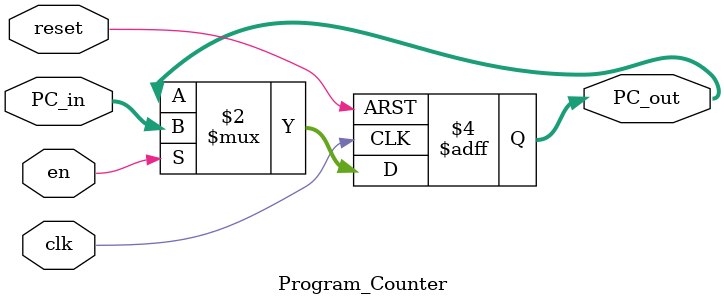
<source format=v>
module Program_Counter(clk, reset, en, PC_in, PC_out);
    input clk, reset, en;
    input [31:0] PC_in;    
    output reg [31:0] PC_out;

    always @(posedge clk or posedge reset) begin
        if(reset)
            PC_out <= 32'd0;
        else if(en)
            PC_out <= PC_in;
    end

endmodule
</source>
